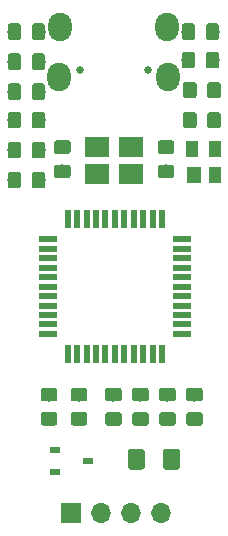
<source format=gbr>
%TF.GenerationSoftware,KiCad,Pcbnew,(5.1.2)-2*%
%TF.CreationDate,2020-08-26T23:28:28+08:00*%
%TF.ProjectId,wing-receiver-lite-rev2,77696e67-2d72-4656-9365-697665722d6c,rev?*%
%TF.SameCoordinates,Original*%
%TF.FileFunction,Soldermask,Top*%
%TF.FilePolarity,Negative*%
%FSLAX46Y46*%
G04 Gerber Fmt 4.6, Leading zero omitted, Abs format (unit mm)*
G04 Created by KiCad (PCBNEW (5.1.2)-2) date 2020-08-26 23:28:28*
%MOMM*%
%LPD*%
G04 APERTURE LIST*
%ADD10R,0.900000X0.600000*%
%ADD11O,2.000000X2.400000*%
%ADD12C,0.650000*%
%ADD13C,0.350000*%
%ADD14C,1.150000*%
%ADD15R,2.100000X1.800000*%
%ADD16R,1.500000X0.550000*%
%ADD17R,0.550000X1.500000*%
%ADD18O,1.700000X1.700000*%
%ADD19R,1.700000X1.700000*%
%ADD20C,1.425000*%
%ADD21R,1.000000X1.400000*%
%ADD22R,1.200000X1.400000*%
G04 APERTURE END LIST*
D10*
X77600000Y-130969000D03*
X74800000Y-131919000D03*
X74800000Y-130019000D03*
D11*
X84299000Y-94233000D03*
X75263000Y-94233000D03*
X84401000Y-98413000D03*
D12*
X76891000Y-97883000D03*
X82671000Y-97883000D03*
D11*
X75163000Y-98413000D03*
D13*
G36*
X74769505Y-124766204D02*
G01*
X74793773Y-124769804D01*
X74817572Y-124775765D01*
X74840671Y-124784030D01*
X74862850Y-124794520D01*
X74883893Y-124807132D01*
X74903599Y-124821747D01*
X74921777Y-124838223D01*
X74938253Y-124856401D01*
X74952868Y-124876107D01*
X74965480Y-124897150D01*
X74975970Y-124919329D01*
X74984235Y-124942428D01*
X74990196Y-124966227D01*
X74993796Y-124990495D01*
X74995000Y-125014999D01*
X74995000Y-125665001D01*
X74993796Y-125689505D01*
X74990196Y-125713773D01*
X74984235Y-125737572D01*
X74975970Y-125760671D01*
X74965480Y-125782850D01*
X74952868Y-125803893D01*
X74938253Y-125823599D01*
X74921777Y-125841777D01*
X74903599Y-125858253D01*
X74883893Y-125872868D01*
X74862850Y-125885480D01*
X74840671Y-125895970D01*
X74817572Y-125904235D01*
X74793773Y-125910196D01*
X74769505Y-125913796D01*
X74745001Y-125915000D01*
X73844999Y-125915000D01*
X73820495Y-125913796D01*
X73796227Y-125910196D01*
X73772428Y-125904235D01*
X73749329Y-125895970D01*
X73727150Y-125885480D01*
X73706107Y-125872868D01*
X73686401Y-125858253D01*
X73668223Y-125841777D01*
X73651747Y-125823599D01*
X73637132Y-125803893D01*
X73624520Y-125782850D01*
X73614030Y-125760671D01*
X73605765Y-125737572D01*
X73599804Y-125713773D01*
X73596204Y-125689505D01*
X73595000Y-125665001D01*
X73595000Y-125014999D01*
X73596204Y-124990495D01*
X73599804Y-124966227D01*
X73605765Y-124942428D01*
X73614030Y-124919329D01*
X73624520Y-124897150D01*
X73637132Y-124876107D01*
X73651747Y-124856401D01*
X73668223Y-124838223D01*
X73686401Y-124821747D01*
X73706107Y-124807132D01*
X73727150Y-124794520D01*
X73749329Y-124784030D01*
X73772428Y-124775765D01*
X73796227Y-124769804D01*
X73820495Y-124766204D01*
X73844999Y-124765000D01*
X74745001Y-124765000D01*
X74769505Y-124766204D01*
X74769505Y-124766204D01*
G37*
D14*
X74295000Y-125340000D03*
D13*
G36*
X74769505Y-126816204D02*
G01*
X74793773Y-126819804D01*
X74817572Y-126825765D01*
X74840671Y-126834030D01*
X74862850Y-126844520D01*
X74883893Y-126857132D01*
X74903599Y-126871747D01*
X74921777Y-126888223D01*
X74938253Y-126906401D01*
X74952868Y-126926107D01*
X74965480Y-126947150D01*
X74975970Y-126969329D01*
X74984235Y-126992428D01*
X74990196Y-127016227D01*
X74993796Y-127040495D01*
X74995000Y-127064999D01*
X74995000Y-127715001D01*
X74993796Y-127739505D01*
X74990196Y-127763773D01*
X74984235Y-127787572D01*
X74975970Y-127810671D01*
X74965480Y-127832850D01*
X74952868Y-127853893D01*
X74938253Y-127873599D01*
X74921777Y-127891777D01*
X74903599Y-127908253D01*
X74883893Y-127922868D01*
X74862850Y-127935480D01*
X74840671Y-127945970D01*
X74817572Y-127954235D01*
X74793773Y-127960196D01*
X74769505Y-127963796D01*
X74745001Y-127965000D01*
X73844999Y-127965000D01*
X73820495Y-127963796D01*
X73796227Y-127960196D01*
X73772428Y-127954235D01*
X73749329Y-127945970D01*
X73727150Y-127935480D01*
X73706107Y-127922868D01*
X73686401Y-127908253D01*
X73668223Y-127891777D01*
X73651747Y-127873599D01*
X73637132Y-127853893D01*
X73624520Y-127832850D01*
X73614030Y-127810671D01*
X73605765Y-127787572D01*
X73599804Y-127763773D01*
X73596204Y-127739505D01*
X73595000Y-127715001D01*
X73595000Y-127064999D01*
X73596204Y-127040495D01*
X73599804Y-127016227D01*
X73605765Y-126992428D01*
X73614030Y-126969329D01*
X73624520Y-126947150D01*
X73637132Y-126926107D01*
X73651747Y-126906401D01*
X73668223Y-126888223D01*
X73686401Y-126871747D01*
X73706107Y-126857132D01*
X73727150Y-126844520D01*
X73749329Y-126834030D01*
X73772428Y-126825765D01*
X73796227Y-126819804D01*
X73820495Y-126816204D01*
X73844999Y-126815000D01*
X74745001Y-126815000D01*
X74769505Y-126816204D01*
X74769505Y-126816204D01*
G37*
D14*
X74295000Y-127390000D03*
D15*
X78380000Y-104380000D03*
X81280000Y-104380000D03*
X81280000Y-106680000D03*
X78380000Y-106680000D03*
D16*
X85583000Y-120205000D03*
X85583000Y-119405000D03*
X85583000Y-118605000D03*
X85583000Y-117805000D03*
X85583000Y-117005000D03*
X85583000Y-116205000D03*
X85583000Y-115405000D03*
X85583000Y-114605000D03*
X85583000Y-113805000D03*
X85583000Y-113005000D03*
X85583000Y-112205000D03*
D17*
X83883000Y-110505000D03*
X83083000Y-110505000D03*
X82283000Y-110505000D03*
X81483000Y-110505000D03*
X80683000Y-110505000D03*
X79883000Y-110505000D03*
X79083000Y-110505000D03*
X78283000Y-110505000D03*
X77483000Y-110505000D03*
X76683000Y-110505000D03*
X75883000Y-110505000D03*
D16*
X74183000Y-112205000D03*
X74183000Y-113005000D03*
X74183000Y-113805000D03*
X74183000Y-114605000D03*
X74183000Y-115405000D03*
X74183000Y-116205000D03*
X74183000Y-117005000D03*
X74183000Y-117805000D03*
X74183000Y-118605000D03*
X74183000Y-119405000D03*
X74183000Y-120205000D03*
D17*
X75883000Y-121905000D03*
X76683000Y-121905000D03*
X77483000Y-121905000D03*
X78283000Y-121905000D03*
X79083000Y-121905000D03*
X79883000Y-121905000D03*
X80683000Y-121905000D03*
X81483000Y-121905000D03*
X82283000Y-121905000D03*
X83083000Y-121905000D03*
X83883000Y-121905000D03*
D13*
G36*
X71714505Y-101409204D02*
G01*
X71738773Y-101412804D01*
X71762572Y-101418765D01*
X71785671Y-101427030D01*
X71807850Y-101437520D01*
X71828893Y-101450132D01*
X71848599Y-101464747D01*
X71866777Y-101481223D01*
X71883253Y-101499401D01*
X71897868Y-101519107D01*
X71910480Y-101540150D01*
X71920970Y-101562329D01*
X71929235Y-101585428D01*
X71935196Y-101609227D01*
X71938796Y-101633495D01*
X71940000Y-101657999D01*
X71940000Y-102558001D01*
X71938796Y-102582505D01*
X71935196Y-102606773D01*
X71929235Y-102630572D01*
X71920970Y-102653671D01*
X71910480Y-102675850D01*
X71897868Y-102696893D01*
X71883253Y-102716599D01*
X71866777Y-102734777D01*
X71848599Y-102751253D01*
X71828893Y-102765868D01*
X71807850Y-102778480D01*
X71785671Y-102788970D01*
X71762572Y-102797235D01*
X71738773Y-102803196D01*
X71714505Y-102806796D01*
X71690001Y-102808000D01*
X71039999Y-102808000D01*
X71015495Y-102806796D01*
X70991227Y-102803196D01*
X70967428Y-102797235D01*
X70944329Y-102788970D01*
X70922150Y-102778480D01*
X70901107Y-102765868D01*
X70881401Y-102751253D01*
X70863223Y-102734777D01*
X70846747Y-102716599D01*
X70832132Y-102696893D01*
X70819520Y-102675850D01*
X70809030Y-102653671D01*
X70800765Y-102630572D01*
X70794804Y-102606773D01*
X70791204Y-102582505D01*
X70790000Y-102558001D01*
X70790000Y-101657999D01*
X70791204Y-101633495D01*
X70794804Y-101609227D01*
X70800765Y-101585428D01*
X70809030Y-101562329D01*
X70819520Y-101540150D01*
X70832132Y-101519107D01*
X70846747Y-101499401D01*
X70863223Y-101481223D01*
X70881401Y-101464747D01*
X70901107Y-101450132D01*
X70922150Y-101437520D01*
X70944329Y-101427030D01*
X70967428Y-101418765D01*
X70991227Y-101412804D01*
X71015495Y-101409204D01*
X71039999Y-101408000D01*
X71690001Y-101408000D01*
X71714505Y-101409204D01*
X71714505Y-101409204D01*
G37*
D14*
X71365000Y-102108000D03*
D13*
G36*
X73764505Y-101409204D02*
G01*
X73788773Y-101412804D01*
X73812572Y-101418765D01*
X73835671Y-101427030D01*
X73857850Y-101437520D01*
X73878893Y-101450132D01*
X73898599Y-101464747D01*
X73916777Y-101481223D01*
X73933253Y-101499401D01*
X73947868Y-101519107D01*
X73960480Y-101540150D01*
X73970970Y-101562329D01*
X73979235Y-101585428D01*
X73985196Y-101609227D01*
X73988796Y-101633495D01*
X73990000Y-101657999D01*
X73990000Y-102558001D01*
X73988796Y-102582505D01*
X73985196Y-102606773D01*
X73979235Y-102630572D01*
X73970970Y-102653671D01*
X73960480Y-102675850D01*
X73947868Y-102696893D01*
X73933253Y-102716599D01*
X73916777Y-102734777D01*
X73898599Y-102751253D01*
X73878893Y-102765868D01*
X73857850Y-102778480D01*
X73835671Y-102788970D01*
X73812572Y-102797235D01*
X73788773Y-102803196D01*
X73764505Y-102806796D01*
X73740001Y-102808000D01*
X73089999Y-102808000D01*
X73065495Y-102806796D01*
X73041227Y-102803196D01*
X73017428Y-102797235D01*
X72994329Y-102788970D01*
X72972150Y-102778480D01*
X72951107Y-102765868D01*
X72931401Y-102751253D01*
X72913223Y-102734777D01*
X72896747Y-102716599D01*
X72882132Y-102696893D01*
X72869520Y-102675850D01*
X72859030Y-102653671D01*
X72850765Y-102630572D01*
X72844804Y-102606773D01*
X72841204Y-102582505D01*
X72840000Y-102558001D01*
X72840000Y-101657999D01*
X72841204Y-101633495D01*
X72844804Y-101609227D01*
X72850765Y-101585428D01*
X72859030Y-101562329D01*
X72869520Y-101540150D01*
X72882132Y-101519107D01*
X72896747Y-101499401D01*
X72913223Y-101481223D01*
X72931401Y-101464747D01*
X72951107Y-101450132D01*
X72972150Y-101437520D01*
X72994329Y-101427030D01*
X73017428Y-101418765D01*
X73041227Y-101412804D01*
X73065495Y-101409204D01*
X73089999Y-101408000D01*
X73740001Y-101408000D01*
X73764505Y-101409204D01*
X73764505Y-101409204D01*
G37*
D14*
X73415000Y-102108000D03*
D13*
G36*
X88623505Y-101409204D02*
G01*
X88647773Y-101412804D01*
X88671572Y-101418765D01*
X88694671Y-101427030D01*
X88716850Y-101437520D01*
X88737893Y-101450132D01*
X88757599Y-101464747D01*
X88775777Y-101481223D01*
X88792253Y-101499401D01*
X88806868Y-101519107D01*
X88819480Y-101540150D01*
X88829970Y-101562329D01*
X88838235Y-101585428D01*
X88844196Y-101609227D01*
X88847796Y-101633495D01*
X88849000Y-101657999D01*
X88849000Y-102558001D01*
X88847796Y-102582505D01*
X88844196Y-102606773D01*
X88838235Y-102630572D01*
X88829970Y-102653671D01*
X88819480Y-102675850D01*
X88806868Y-102696893D01*
X88792253Y-102716599D01*
X88775777Y-102734777D01*
X88757599Y-102751253D01*
X88737893Y-102765868D01*
X88716850Y-102778480D01*
X88694671Y-102788970D01*
X88671572Y-102797235D01*
X88647773Y-102803196D01*
X88623505Y-102806796D01*
X88599001Y-102808000D01*
X87948999Y-102808000D01*
X87924495Y-102806796D01*
X87900227Y-102803196D01*
X87876428Y-102797235D01*
X87853329Y-102788970D01*
X87831150Y-102778480D01*
X87810107Y-102765868D01*
X87790401Y-102751253D01*
X87772223Y-102734777D01*
X87755747Y-102716599D01*
X87741132Y-102696893D01*
X87728520Y-102675850D01*
X87718030Y-102653671D01*
X87709765Y-102630572D01*
X87703804Y-102606773D01*
X87700204Y-102582505D01*
X87699000Y-102558001D01*
X87699000Y-101657999D01*
X87700204Y-101633495D01*
X87703804Y-101609227D01*
X87709765Y-101585428D01*
X87718030Y-101562329D01*
X87728520Y-101540150D01*
X87741132Y-101519107D01*
X87755747Y-101499401D01*
X87772223Y-101481223D01*
X87790401Y-101464747D01*
X87810107Y-101450132D01*
X87831150Y-101437520D01*
X87853329Y-101427030D01*
X87876428Y-101418765D01*
X87900227Y-101412804D01*
X87924495Y-101409204D01*
X87948999Y-101408000D01*
X88599001Y-101408000D01*
X88623505Y-101409204D01*
X88623505Y-101409204D01*
G37*
D14*
X88274000Y-102108000D03*
D13*
G36*
X86573505Y-101409204D02*
G01*
X86597773Y-101412804D01*
X86621572Y-101418765D01*
X86644671Y-101427030D01*
X86666850Y-101437520D01*
X86687893Y-101450132D01*
X86707599Y-101464747D01*
X86725777Y-101481223D01*
X86742253Y-101499401D01*
X86756868Y-101519107D01*
X86769480Y-101540150D01*
X86779970Y-101562329D01*
X86788235Y-101585428D01*
X86794196Y-101609227D01*
X86797796Y-101633495D01*
X86799000Y-101657999D01*
X86799000Y-102558001D01*
X86797796Y-102582505D01*
X86794196Y-102606773D01*
X86788235Y-102630572D01*
X86779970Y-102653671D01*
X86769480Y-102675850D01*
X86756868Y-102696893D01*
X86742253Y-102716599D01*
X86725777Y-102734777D01*
X86707599Y-102751253D01*
X86687893Y-102765868D01*
X86666850Y-102778480D01*
X86644671Y-102788970D01*
X86621572Y-102797235D01*
X86597773Y-102803196D01*
X86573505Y-102806796D01*
X86549001Y-102808000D01*
X85898999Y-102808000D01*
X85874495Y-102806796D01*
X85850227Y-102803196D01*
X85826428Y-102797235D01*
X85803329Y-102788970D01*
X85781150Y-102778480D01*
X85760107Y-102765868D01*
X85740401Y-102751253D01*
X85722223Y-102734777D01*
X85705747Y-102716599D01*
X85691132Y-102696893D01*
X85678520Y-102675850D01*
X85668030Y-102653671D01*
X85659765Y-102630572D01*
X85653804Y-102606773D01*
X85650204Y-102582505D01*
X85649000Y-102558001D01*
X85649000Y-101657999D01*
X85650204Y-101633495D01*
X85653804Y-101609227D01*
X85659765Y-101585428D01*
X85668030Y-101562329D01*
X85678520Y-101540150D01*
X85691132Y-101519107D01*
X85705747Y-101499401D01*
X85722223Y-101481223D01*
X85740401Y-101464747D01*
X85760107Y-101450132D01*
X85781150Y-101437520D01*
X85803329Y-101427030D01*
X85826428Y-101418765D01*
X85850227Y-101412804D01*
X85874495Y-101409204D01*
X85898999Y-101408000D01*
X86549001Y-101408000D01*
X86573505Y-101409204D01*
X86573505Y-101409204D01*
G37*
D14*
X86224000Y-102108000D03*
D13*
G36*
X71714505Y-106489204D02*
G01*
X71738773Y-106492804D01*
X71762572Y-106498765D01*
X71785671Y-106507030D01*
X71807850Y-106517520D01*
X71828893Y-106530132D01*
X71848599Y-106544747D01*
X71866777Y-106561223D01*
X71883253Y-106579401D01*
X71897868Y-106599107D01*
X71910480Y-106620150D01*
X71920970Y-106642329D01*
X71929235Y-106665428D01*
X71935196Y-106689227D01*
X71938796Y-106713495D01*
X71940000Y-106737999D01*
X71940000Y-107638001D01*
X71938796Y-107662505D01*
X71935196Y-107686773D01*
X71929235Y-107710572D01*
X71920970Y-107733671D01*
X71910480Y-107755850D01*
X71897868Y-107776893D01*
X71883253Y-107796599D01*
X71866777Y-107814777D01*
X71848599Y-107831253D01*
X71828893Y-107845868D01*
X71807850Y-107858480D01*
X71785671Y-107868970D01*
X71762572Y-107877235D01*
X71738773Y-107883196D01*
X71714505Y-107886796D01*
X71690001Y-107888000D01*
X71039999Y-107888000D01*
X71015495Y-107886796D01*
X70991227Y-107883196D01*
X70967428Y-107877235D01*
X70944329Y-107868970D01*
X70922150Y-107858480D01*
X70901107Y-107845868D01*
X70881401Y-107831253D01*
X70863223Y-107814777D01*
X70846747Y-107796599D01*
X70832132Y-107776893D01*
X70819520Y-107755850D01*
X70809030Y-107733671D01*
X70800765Y-107710572D01*
X70794804Y-107686773D01*
X70791204Y-107662505D01*
X70790000Y-107638001D01*
X70790000Y-106737999D01*
X70791204Y-106713495D01*
X70794804Y-106689227D01*
X70800765Y-106665428D01*
X70809030Y-106642329D01*
X70819520Y-106620150D01*
X70832132Y-106599107D01*
X70846747Y-106579401D01*
X70863223Y-106561223D01*
X70881401Y-106544747D01*
X70901107Y-106530132D01*
X70922150Y-106517520D01*
X70944329Y-106507030D01*
X70967428Y-106498765D01*
X70991227Y-106492804D01*
X71015495Y-106489204D01*
X71039999Y-106488000D01*
X71690001Y-106488000D01*
X71714505Y-106489204D01*
X71714505Y-106489204D01*
G37*
D14*
X71365000Y-107188000D03*
D13*
G36*
X73764505Y-106489204D02*
G01*
X73788773Y-106492804D01*
X73812572Y-106498765D01*
X73835671Y-106507030D01*
X73857850Y-106517520D01*
X73878893Y-106530132D01*
X73898599Y-106544747D01*
X73916777Y-106561223D01*
X73933253Y-106579401D01*
X73947868Y-106599107D01*
X73960480Y-106620150D01*
X73970970Y-106642329D01*
X73979235Y-106665428D01*
X73985196Y-106689227D01*
X73988796Y-106713495D01*
X73990000Y-106737999D01*
X73990000Y-107638001D01*
X73988796Y-107662505D01*
X73985196Y-107686773D01*
X73979235Y-107710572D01*
X73970970Y-107733671D01*
X73960480Y-107755850D01*
X73947868Y-107776893D01*
X73933253Y-107796599D01*
X73916777Y-107814777D01*
X73898599Y-107831253D01*
X73878893Y-107845868D01*
X73857850Y-107858480D01*
X73835671Y-107868970D01*
X73812572Y-107877235D01*
X73788773Y-107883196D01*
X73764505Y-107886796D01*
X73740001Y-107888000D01*
X73089999Y-107888000D01*
X73065495Y-107886796D01*
X73041227Y-107883196D01*
X73017428Y-107877235D01*
X72994329Y-107868970D01*
X72972150Y-107858480D01*
X72951107Y-107845868D01*
X72931401Y-107831253D01*
X72913223Y-107814777D01*
X72896747Y-107796599D01*
X72882132Y-107776893D01*
X72869520Y-107755850D01*
X72859030Y-107733671D01*
X72850765Y-107710572D01*
X72844804Y-107686773D01*
X72841204Y-107662505D01*
X72840000Y-107638001D01*
X72840000Y-106737999D01*
X72841204Y-106713495D01*
X72844804Y-106689227D01*
X72850765Y-106665428D01*
X72859030Y-106642329D01*
X72869520Y-106620150D01*
X72882132Y-106599107D01*
X72896747Y-106579401D01*
X72913223Y-106561223D01*
X72931401Y-106544747D01*
X72951107Y-106530132D01*
X72972150Y-106517520D01*
X72994329Y-106507030D01*
X73017428Y-106498765D01*
X73041227Y-106492804D01*
X73065495Y-106489204D01*
X73089999Y-106488000D01*
X73740001Y-106488000D01*
X73764505Y-106489204D01*
X73764505Y-106489204D01*
G37*
D14*
X73415000Y-107188000D03*
D13*
G36*
X71714505Y-96456204D02*
G01*
X71738773Y-96459804D01*
X71762572Y-96465765D01*
X71785671Y-96474030D01*
X71807850Y-96484520D01*
X71828893Y-96497132D01*
X71848599Y-96511747D01*
X71866777Y-96528223D01*
X71883253Y-96546401D01*
X71897868Y-96566107D01*
X71910480Y-96587150D01*
X71920970Y-96609329D01*
X71929235Y-96632428D01*
X71935196Y-96656227D01*
X71938796Y-96680495D01*
X71940000Y-96704999D01*
X71940000Y-97605001D01*
X71938796Y-97629505D01*
X71935196Y-97653773D01*
X71929235Y-97677572D01*
X71920970Y-97700671D01*
X71910480Y-97722850D01*
X71897868Y-97743893D01*
X71883253Y-97763599D01*
X71866777Y-97781777D01*
X71848599Y-97798253D01*
X71828893Y-97812868D01*
X71807850Y-97825480D01*
X71785671Y-97835970D01*
X71762572Y-97844235D01*
X71738773Y-97850196D01*
X71714505Y-97853796D01*
X71690001Y-97855000D01*
X71039999Y-97855000D01*
X71015495Y-97853796D01*
X70991227Y-97850196D01*
X70967428Y-97844235D01*
X70944329Y-97835970D01*
X70922150Y-97825480D01*
X70901107Y-97812868D01*
X70881401Y-97798253D01*
X70863223Y-97781777D01*
X70846747Y-97763599D01*
X70832132Y-97743893D01*
X70819520Y-97722850D01*
X70809030Y-97700671D01*
X70800765Y-97677572D01*
X70794804Y-97653773D01*
X70791204Y-97629505D01*
X70790000Y-97605001D01*
X70790000Y-96704999D01*
X70791204Y-96680495D01*
X70794804Y-96656227D01*
X70800765Y-96632428D01*
X70809030Y-96609329D01*
X70819520Y-96587150D01*
X70832132Y-96566107D01*
X70846747Y-96546401D01*
X70863223Y-96528223D01*
X70881401Y-96511747D01*
X70901107Y-96497132D01*
X70922150Y-96484520D01*
X70944329Y-96474030D01*
X70967428Y-96465765D01*
X70991227Y-96459804D01*
X71015495Y-96456204D01*
X71039999Y-96455000D01*
X71690001Y-96455000D01*
X71714505Y-96456204D01*
X71714505Y-96456204D01*
G37*
D14*
X71365000Y-97155000D03*
D13*
G36*
X73764505Y-96456204D02*
G01*
X73788773Y-96459804D01*
X73812572Y-96465765D01*
X73835671Y-96474030D01*
X73857850Y-96484520D01*
X73878893Y-96497132D01*
X73898599Y-96511747D01*
X73916777Y-96528223D01*
X73933253Y-96546401D01*
X73947868Y-96566107D01*
X73960480Y-96587150D01*
X73970970Y-96609329D01*
X73979235Y-96632428D01*
X73985196Y-96656227D01*
X73988796Y-96680495D01*
X73990000Y-96704999D01*
X73990000Y-97605001D01*
X73988796Y-97629505D01*
X73985196Y-97653773D01*
X73979235Y-97677572D01*
X73970970Y-97700671D01*
X73960480Y-97722850D01*
X73947868Y-97743893D01*
X73933253Y-97763599D01*
X73916777Y-97781777D01*
X73898599Y-97798253D01*
X73878893Y-97812868D01*
X73857850Y-97825480D01*
X73835671Y-97835970D01*
X73812572Y-97844235D01*
X73788773Y-97850196D01*
X73764505Y-97853796D01*
X73740001Y-97855000D01*
X73089999Y-97855000D01*
X73065495Y-97853796D01*
X73041227Y-97850196D01*
X73017428Y-97844235D01*
X72994329Y-97835970D01*
X72972150Y-97825480D01*
X72951107Y-97812868D01*
X72931401Y-97798253D01*
X72913223Y-97781777D01*
X72896747Y-97763599D01*
X72882132Y-97743893D01*
X72869520Y-97722850D01*
X72859030Y-97700671D01*
X72850765Y-97677572D01*
X72844804Y-97653773D01*
X72841204Y-97629505D01*
X72840000Y-97605001D01*
X72840000Y-96704999D01*
X72841204Y-96680495D01*
X72844804Y-96656227D01*
X72850765Y-96632428D01*
X72859030Y-96609329D01*
X72869520Y-96587150D01*
X72882132Y-96566107D01*
X72896747Y-96546401D01*
X72913223Y-96528223D01*
X72931401Y-96511747D01*
X72951107Y-96497132D01*
X72972150Y-96484520D01*
X72994329Y-96474030D01*
X73017428Y-96465765D01*
X73041227Y-96459804D01*
X73065495Y-96456204D01*
X73089999Y-96455000D01*
X73740001Y-96455000D01*
X73764505Y-96456204D01*
X73764505Y-96456204D01*
G37*
D14*
X73415000Y-97155000D03*
D13*
G36*
X73764505Y-103949204D02*
G01*
X73788773Y-103952804D01*
X73812572Y-103958765D01*
X73835671Y-103967030D01*
X73857850Y-103977520D01*
X73878893Y-103990132D01*
X73898599Y-104004747D01*
X73916777Y-104021223D01*
X73933253Y-104039401D01*
X73947868Y-104059107D01*
X73960480Y-104080150D01*
X73970970Y-104102329D01*
X73979235Y-104125428D01*
X73985196Y-104149227D01*
X73988796Y-104173495D01*
X73990000Y-104197999D01*
X73990000Y-105098001D01*
X73988796Y-105122505D01*
X73985196Y-105146773D01*
X73979235Y-105170572D01*
X73970970Y-105193671D01*
X73960480Y-105215850D01*
X73947868Y-105236893D01*
X73933253Y-105256599D01*
X73916777Y-105274777D01*
X73898599Y-105291253D01*
X73878893Y-105305868D01*
X73857850Y-105318480D01*
X73835671Y-105328970D01*
X73812572Y-105337235D01*
X73788773Y-105343196D01*
X73764505Y-105346796D01*
X73740001Y-105348000D01*
X73089999Y-105348000D01*
X73065495Y-105346796D01*
X73041227Y-105343196D01*
X73017428Y-105337235D01*
X72994329Y-105328970D01*
X72972150Y-105318480D01*
X72951107Y-105305868D01*
X72931401Y-105291253D01*
X72913223Y-105274777D01*
X72896747Y-105256599D01*
X72882132Y-105236893D01*
X72869520Y-105215850D01*
X72859030Y-105193671D01*
X72850765Y-105170572D01*
X72844804Y-105146773D01*
X72841204Y-105122505D01*
X72840000Y-105098001D01*
X72840000Y-104197999D01*
X72841204Y-104173495D01*
X72844804Y-104149227D01*
X72850765Y-104125428D01*
X72859030Y-104102329D01*
X72869520Y-104080150D01*
X72882132Y-104059107D01*
X72896747Y-104039401D01*
X72913223Y-104021223D01*
X72931401Y-104004747D01*
X72951107Y-103990132D01*
X72972150Y-103977520D01*
X72994329Y-103967030D01*
X73017428Y-103958765D01*
X73041227Y-103952804D01*
X73065495Y-103949204D01*
X73089999Y-103948000D01*
X73740001Y-103948000D01*
X73764505Y-103949204D01*
X73764505Y-103949204D01*
G37*
D14*
X73415000Y-104648000D03*
D13*
G36*
X71714505Y-103949204D02*
G01*
X71738773Y-103952804D01*
X71762572Y-103958765D01*
X71785671Y-103967030D01*
X71807850Y-103977520D01*
X71828893Y-103990132D01*
X71848599Y-104004747D01*
X71866777Y-104021223D01*
X71883253Y-104039401D01*
X71897868Y-104059107D01*
X71910480Y-104080150D01*
X71920970Y-104102329D01*
X71929235Y-104125428D01*
X71935196Y-104149227D01*
X71938796Y-104173495D01*
X71940000Y-104197999D01*
X71940000Y-105098001D01*
X71938796Y-105122505D01*
X71935196Y-105146773D01*
X71929235Y-105170572D01*
X71920970Y-105193671D01*
X71910480Y-105215850D01*
X71897868Y-105236893D01*
X71883253Y-105256599D01*
X71866777Y-105274777D01*
X71848599Y-105291253D01*
X71828893Y-105305868D01*
X71807850Y-105318480D01*
X71785671Y-105328970D01*
X71762572Y-105337235D01*
X71738773Y-105343196D01*
X71714505Y-105346796D01*
X71690001Y-105348000D01*
X71039999Y-105348000D01*
X71015495Y-105346796D01*
X70991227Y-105343196D01*
X70967428Y-105337235D01*
X70944329Y-105328970D01*
X70922150Y-105318480D01*
X70901107Y-105305868D01*
X70881401Y-105291253D01*
X70863223Y-105274777D01*
X70846747Y-105256599D01*
X70832132Y-105236893D01*
X70819520Y-105215850D01*
X70809030Y-105193671D01*
X70800765Y-105170572D01*
X70794804Y-105146773D01*
X70791204Y-105122505D01*
X70790000Y-105098001D01*
X70790000Y-104197999D01*
X70791204Y-104173495D01*
X70794804Y-104149227D01*
X70800765Y-104125428D01*
X70809030Y-104102329D01*
X70819520Y-104080150D01*
X70832132Y-104059107D01*
X70846747Y-104039401D01*
X70863223Y-104021223D01*
X70881401Y-104004747D01*
X70901107Y-103990132D01*
X70922150Y-103977520D01*
X70944329Y-103967030D01*
X70967428Y-103958765D01*
X70991227Y-103952804D01*
X71015495Y-103949204D01*
X71039999Y-103948000D01*
X71690001Y-103948000D01*
X71714505Y-103949204D01*
X71714505Y-103949204D01*
G37*
D14*
X71365000Y-104648000D03*
D13*
G36*
X86573505Y-98869204D02*
G01*
X86597773Y-98872804D01*
X86621572Y-98878765D01*
X86644671Y-98887030D01*
X86666850Y-98897520D01*
X86687893Y-98910132D01*
X86707599Y-98924747D01*
X86725777Y-98941223D01*
X86742253Y-98959401D01*
X86756868Y-98979107D01*
X86769480Y-99000150D01*
X86779970Y-99022329D01*
X86788235Y-99045428D01*
X86794196Y-99069227D01*
X86797796Y-99093495D01*
X86799000Y-99117999D01*
X86799000Y-100018001D01*
X86797796Y-100042505D01*
X86794196Y-100066773D01*
X86788235Y-100090572D01*
X86779970Y-100113671D01*
X86769480Y-100135850D01*
X86756868Y-100156893D01*
X86742253Y-100176599D01*
X86725777Y-100194777D01*
X86707599Y-100211253D01*
X86687893Y-100225868D01*
X86666850Y-100238480D01*
X86644671Y-100248970D01*
X86621572Y-100257235D01*
X86597773Y-100263196D01*
X86573505Y-100266796D01*
X86549001Y-100268000D01*
X85898999Y-100268000D01*
X85874495Y-100266796D01*
X85850227Y-100263196D01*
X85826428Y-100257235D01*
X85803329Y-100248970D01*
X85781150Y-100238480D01*
X85760107Y-100225868D01*
X85740401Y-100211253D01*
X85722223Y-100194777D01*
X85705747Y-100176599D01*
X85691132Y-100156893D01*
X85678520Y-100135850D01*
X85668030Y-100113671D01*
X85659765Y-100090572D01*
X85653804Y-100066773D01*
X85650204Y-100042505D01*
X85649000Y-100018001D01*
X85649000Y-99117999D01*
X85650204Y-99093495D01*
X85653804Y-99069227D01*
X85659765Y-99045428D01*
X85668030Y-99022329D01*
X85678520Y-99000150D01*
X85691132Y-98979107D01*
X85705747Y-98959401D01*
X85722223Y-98941223D01*
X85740401Y-98924747D01*
X85760107Y-98910132D01*
X85781150Y-98897520D01*
X85803329Y-98887030D01*
X85826428Y-98878765D01*
X85850227Y-98872804D01*
X85874495Y-98869204D01*
X85898999Y-98868000D01*
X86549001Y-98868000D01*
X86573505Y-98869204D01*
X86573505Y-98869204D01*
G37*
D14*
X86224000Y-99568000D03*
D13*
G36*
X88623505Y-98869204D02*
G01*
X88647773Y-98872804D01*
X88671572Y-98878765D01*
X88694671Y-98887030D01*
X88716850Y-98897520D01*
X88737893Y-98910132D01*
X88757599Y-98924747D01*
X88775777Y-98941223D01*
X88792253Y-98959401D01*
X88806868Y-98979107D01*
X88819480Y-99000150D01*
X88829970Y-99022329D01*
X88838235Y-99045428D01*
X88844196Y-99069227D01*
X88847796Y-99093495D01*
X88849000Y-99117999D01*
X88849000Y-100018001D01*
X88847796Y-100042505D01*
X88844196Y-100066773D01*
X88838235Y-100090572D01*
X88829970Y-100113671D01*
X88819480Y-100135850D01*
X88806868Y-100156893D01*
X88792253Y-100176599D01*
X88775777Y-100194777D01*
X88757599Y-100211253D01*
X88737893Y-100225868D01*
X88716850Y-100238480D01*
X88694671Y-100248970D01*
X88671572Y-100257235D01*
X88647773Y-100263196D01*
X88623505Y-100266796D01*
X88599001Y-100268000D01*
X87948999Y-100268000D01*
X87924495Y-100266796D01*
X87900227Y-100263196D01*
X87876428Y-100257235D01*
X87853329Y-100248970D01*
X87831150Y-100238480D01*
X87810107Y-100225868D01*
X87790401Y-100211253D01*
X87772223Y-100194777D01*
X87755747Y-100176599D01*
X87741132Y-100156893D01*
X87728520Y-100135850D01*
X87718030Y-100113671D01*
X87709765Y-100090572D01*
X87703804Y-100066773D01*
X87700204Y-100042505D01*
X87699000Y-100018001D01*
X87699000Y-99117999D01*
X87700204Y-99093495D01*
X87703804Y-99069227D01*
X87709765Y-99045428D01*
X87718030Y-99022329D01*
X87728520Y-99000150D01*
X87741132Y-98979107D01*
X87755747Y-98959401D01*
X87772223Y-98941223D01*
X87790401Y-98924747D01*
X87810107Y-98910132D01*
X87831150Y-98897520D01*
X87853329Y-98887030D01*
X87876428Y-98878765D01*
X87900227Y-98872804D01*
X87924495Y-98869204D01*
X87948999Y-98868000D01*
X88599001Y-98868000D01*
X88623505Y-98869204D01*
X88623505Y-98869204D01*
G37*
D14*
X88274000Y-99568000D03*
D13*
G36*
X88496505Y-96329204D02*
G01*
X88520773Y-96332804D01*
X88544572Y-96338765D01*
X88567671Y-96347030D01*
X88589850Y-96357520D01*
X88610893Y-96370132D01*
X88630599Y-96384747D01*
X88648777Y-96401223D01*
X88665253Y-96419401D01*
X88679868Y-96439107D01*
X88692480Y-96460150D01*
X88702970Y-96482329D01*
X88711235Y-96505428D01*
X88717196Y-96529227D01*
X88720796Y-96553495D01*
X88722000Y-96577999D01*
X88722000Y-97478001D01*
X88720796Y-97502505D01*
X88717196Y-97526773D01*
X88711235Y-97550572D01*
X88702970Y-97573671D01*
X88692480Y-97595850D01*
X88679868Y-97616893D01*
X88665253Y-97636599D01*
X88648777Y-97654777D01*
X88630599Y-97671253D01*
X88610893Y-97685868D01*
X88589850Y-97698480D01*
X88567671Y-97708970D01*
X88544572Y-97717235D01*
X88520773Y-97723196D01*
X88496505Y-97726796D01*
X88472001Y-97728000D01*
X87821999Y-97728000D01*
X87797495Y-97726796D01*
X87773227Y-97723196D01*
X87749428Y-97717235D01*
X87726329Y-97708970D01*
X87704150Y-97698480D01*
X87683107Y-97685868D01*
X87663401Y-97671253D01*
X87645223Y-97654777D01*
X87628747Y-97636599D01*
X87614132Y-97616893D01*
X87601520Y-97595850D01*
X87591030Y-97573671D01*
X87582765Y-97550572D01*
X87576804Y-97526773D01*
X87573204Y-97502505D01*
X87572000Y-97478001D01*
X87572000Y-96577999D01*
X87573204Y-96553495D01*
X87576804Y-96529227D01*
X87582765Y-96505428D01*
X87591030Y-96482329D01*
X87601520Y-96460150D01*
X87614132Y-96439107D01*
X87628747Y-96419401D01*
X87645223Y-96401223D01*
X87663401Y-96384747D01*
X87683107Y-96370132D01*
X87704150Y-96357520D01*
X87726329Y-96347030D01*
X87749428Y-96338765D01*
X87773227Y-96332804D01*
X87797495Y-96329204D01*
X87821999Y-96328000D01*
X88472001Y-96328000D01*
X88496505Y-96329204D01*
X88496505Y-96329204D01*
G37*
D14*
X88147000Y-97028000D03*
D13*
G36*
X86446505Y-96329204D02*
G01*
X86470773Y-96332804D01*
X86494572Y-96338765D01*
X86517671Y-96347030D01*
X86539850Y-96357520D01*
X86560893Y-96370132D01*
X86580599Y-96384747D01*
X86598777Y-96401223D01*
X86615253Y-96419401D01*
X86629868Y-96439107D01*
X86642480Y-96460150D01*
X86652970Y-96482329D01*
X86661235Y-96505428D01*
X86667196Y-96529227D01*
X86670796Y-96553495D01*
X86672000Y-96577999D01*
X86672000Y-97478001D01*
X86670796Y-97502505D01*
X86667196Y-97526773D01*
X86661235Y-97550572D01*
X86652970Y-97573671D01*
X86642480Y-97595850D01*
X86629868Y-97616893D01*
X86615253Y-97636599D01*
X86598777Y-97654777D01*
X86580599Y-97671253D01*
X86560893Y-97685868D01*
X86539850Y-97698480D01*
X86517671Y-97708970D01*
X86494572Y-97717235D01*
X86470773Y-97723196D01*
X86446505Y-97726796D01*
X86422001Y-97728000D01*
X85771999Y-97728000D01*
X85747495Y-97726796D01*
X85723227Y-97723196D01*
X85699428Y-97717235D01*
X85676329Y-97708970D01*
X85654150Y-97698480D01*
X85633107Y-97685868D01*
X85613401Y-97671253D01*
X85595223Y-97654777D01*
X85578747Y-97636599D01*
X85564132Y-97616893D01*
X85551520Y-97595850D01*
X85541030Y-97573671D01*
X85532765Y-97550572D01*
X85526804Y-97526773D01*
X85523204Y-97502505D01*
X85522000Y-97478001D01*
X85522000Y-96577999D01*
X85523204Y-96553495D01*
X85526804Y-96529227D01*
X85532765Y-96505428D01*
X85541030Y-96482329D01*
X85551520Y-96460150D01*
X85564132Y-96439107D01*
X85578747Y-96419401D01*
X85595223Y-96401223D01*
X85613401Y-96384747D01*
X85633107Y-96370132D01*
X85654150Y-96357520D01*
X85676329Y-96347030D01*
X85699428Y-96338765D01*
X85723227Y-96332804D01*
X85747495Y-96329204D01*
X85771999Y-96328000D01*
X86422001Y-96328000D01*
X86446505Y-96329204D01*
X86446505Y-96329204D01*
G37*
D14*
X86097000Y-97028000D03*
D13*
G36*
X88496505Y-93916204D02*
G01*
X88520773Y-93919804D01*
X88544572Y-93925765D01*
X88567671Y-93934030D01*
X88589850Y-93944520D01*
X88610893Y-93957132D01*
X88630599Y-93971747D01*
X88648777Y-93988223D01*
X88665253Y-94006401D01*
X88679868Y-94026107D01*
X88692480Y-94047150D01*
X88702970Y-94069329D01*
X88711235Y-94092428D01*
X88717196Y-94116227D01*
X88720796Y-94140495D01*
X88722000Y-94164999D01*
X88722000Y-95065001D01*
X88720796Y-95089505D01*
X88717196Y-95113773D01*
X88711235Y-95137572D01*
X88702970Y-95160671D01*
X88692480Y-95182850D01*
X88679868Y-95203893D01*
X88665253Y-95223599D01*
X88648777Y-95241777D01*
X88630599Y-95258253D01*
X88610893Y-95272868D01*
X88589850Y-95285480D01*
X88567671Y-95295970D01*
X88544572Y-95304235D01*
X88520773Y-95310196D01*
X88496505Y-95313796D01*
X88472001Y-95315000D01*
X87821999Y-95315000D01*
X87797495Y-95313796D01*
X87773227Y-95310196D01*
X87749428Y-95304235D01*
X87726329Y-95295970D01*
X87704150Y-95285480D01*
X87683107Y-95272868D01*
X87663401Y-95258253D01*
X87645223Y-95241777D01*
X87628747Y-95223599D01*
X87614132Y-95203893D01*
X87601520Y-95182850D01*
X87591030Y-95160671D01*
X87582765Y-95137572D01*
X87576804Y-95113773D01*
X87573204Y-95089505D01*
X87572000Y-95065001D01*
X87572000Y-94164999D01*
X87573204Y-94140495D01*
X87576804Y-94116227D01*
X87582765Y-94092428D01*
X87591030Y-94069329D01*
X87601520Y-94047150D01*
X87614132Y-94026107D01*
X87628747Y-94006401D01*
X87645223Y-93988223D01*
X87663401Y-93971747D01*
X87683107Y-93957132D01*
X87704150Y-93944520D01*
X87726329Y-93934030D01*
X87749428Y-93925765D01*
X87773227Y-93919804D01*
X87797495Y-93916204D01*
X87821999Y-93915000D01*
X88472001Y-93915000D01*
X88496505Y-93916204D01*
X88496505Y-93916204D01*
G37*
D14*
X88147000Y-94615000D03*
D13*
G36*
X86446505Y-93916204D02*
G01*
X86470773Y-93919804D01*
X86494572Y-93925765D01*
X86517671Y-93934030D01*
X86539850Y-93944520D01*
X86560893Y-93957132D01*
X86580599Y-93971747D01*
X86598777Y-93988223D01*
X86615253Y-94006401D01*
X86629868Y-94026107D01*
X86642480Y-94047150D01*
X86652970Y-94069329D01*
X86661235Y-94092428D01*
X86667196Y-94116227D01*
X86670796Y-94140495D01*
X86672000Y-94164999D01*
X86672000Y-95065001D01*
X86670796Y-95089505D01*
X86667196Y-95113773D01*
X86661235Y-95137572D01*
X86652970Y-95160671D01*
X86642480Y-95182850D01*
X86629868Y-95203893D01*
X86615253Y-95223599D01*
X86598777Y-95241777D01*
X86580599Y-95258253D01*
X86560893Y-95272868D01*
X86539850Y-95285480D01*
X86517671Y-95295970D01*
X86494572Y-95304235D01*
X86470773Y-95310196D01*
X86446505Y-95313796D01*
X86422001Y-95315000D01*
X85771999Y-95315000D01*
X85747495Y-95313796D01*
X85723227Y-95310196D01*
X85699428Y-95304235D01*
X85676329Y-95295970D01*
X85654150Y-95285480D01*
X85633107Y-95272868D01*
X85613401Y-95258253D01*
X85595223Y-95241777D01*
X85578747Y-95223599D01*
X85564132Y-95203893D01*
X85551520Y-95182850D01*
X85541030Y-95160671D01*
X85532765Y-95137572D01*
X85526804Y-95113773D01*
X85523204Y-95089505D01*
X85522000Y-95065001D01*
X85522000Y-94164999D01*
X85523204Y-94140495D01*
X85526804Y-94116227D01*
X85532765Y-94092428D01*
X85541030Y-94069329D01*
X85551520Y-94047150D01*
X85564132Y-94026107D01*
X85578747Y-94006401D01*
X85595223Y-93988223D01*
X85613401Y-93971747D01*
X85633107Y-93957132D01*
X85654150Y-93944520D01*
X85676329Y-93934030D01*
X85699428Y-93925765D01*
X85723227Y-93919804D01*
X85747495Y-93916204D01*
X85771999Y-93915000D01*
X86422001Y-93915000D01*
X86446505Y-93916204D01*
X86446505Y-93916204D01*
G37*
D14*
X86097000Y-94615000D03*
D13*
G36*
X71714505Y-93916204D02*
G01*
X71738773Y-93919804D01*
X71762572Y-93925765D01*
X71785671Y-93934030D01*
X71807850Y-93944520D01*
X71828893Y-93957132D01*
X71848599Y-93971747D01*
X71866777Y-93988223D01*
X71883253Y-94006401D01*
X71897868Y-94026107D01*
X71910480Y-94047150D01*
X71920970Y-94069329D01*
X71929235Y-94092428D01*
X71935196Y-94116227D01*
X71938796Y-94140495D01*
X71940000Y-94164999D01*
X71940000Y-95065001D01*
X71938796Y-95089505D01*
X71935196Y-95113773D01*
X71929235Y-95137572D01*
X71920970Y-95160671D01*
X71910480Y-95182850D01*
X71897868Y-95203893D01*
X71883253Y-95223599D01*
X71866777Y-95241777D01*
X71848599Y-95258253D01*
X71828893Y-95272868D01*
X71807850Y-95285480D01*
X71785671Y-95295970D01*
X71762572Y-95304235D01*
X71738773Y-95310196D01*
X71714505Y-95313796D01*
X71690001Y-95315000D01*
X71039999Y-95315000D01*
X71015495Y-95313796D01*
X70991227Y-95310196D01*
X70967428Y-95304235D01*
X70944329Y-95295970D01*
X70922150Y-95285480D01*
X70901107Y-95272868D01*
X70881401Y-95258253D01*
X70863223Y-95241777D01*
X70846747Y-95223599D01*
X70832132Y-95203893D01*
X70819520Y-95182850D01*
X70809030Y-95160671D01*
X70800765Y-95137572D01*
X70794804Y-95113773D01*
X70791204Y-95089505D01*
X70790000Y-95065001D01*
X70790000Y-94164999D01*
X70791204Y-94140495D01*
X70794804Y-94116227D01*
X70800765Y-94092428D01*
X70809030Y-94069329D01*
X70819520Y-94047150D01*
X70832132Y-94026107D01*
X70846747Y-94006401D01*
X70863223Y-93988223D01*
X70881401Y-93971747D01*
X70901107Y-93957132D01*
X70922150Y-93944520D01*
X70944329Y-93934030D01*
X70967428Y-93925765D01*
X70991227Y-93919804D01*
X71015495Y-93916204D01*
X71039999Y-93915000D01*
X71690001Y-93915000D01*
X71714505Y-93916204D01*
X71714505Y-93916204D01*
G37*
D14*
X71365000Y-94615000D03*
D13*
G36*
X73764505Y-93916204D02*
G01*
X73788773Y-93919804D01*
X73812572Y-93925765D01*
X73835671Y-93934030D01*
X73857850Y-93944520D01*
X73878893Y-93957132D01*
X73898599Y-93971747D01*
X73916777Y-93988223D01*
X73933253Y-94006401D01*
X73947868Y-94026107D01*
X73960480Y-94047150D01*
X73970970Y-94069329D01*
X73979235Y-94092428D01*
X73985196Y-94116227D01*
X73988796Y-94140495D01*
X73990000Y-94164999D01*
X73990000Y-95065001D01*
X73988796Y-95089505D01*
X73985196Y-95113773D01*
X73979235Y-95137572D01*
X73970970Y-95160671D01*
X73960480Y-95182850D01*
X73947868Y-95203893D01*
X73933253Y-95223599D01*
X73916777Y-95241777D01*
X73898599Y-95258253D01*
X73878893Y-95272868D01*
X73857850Y-95285480D01*
X73835671Y-95295970D01*
X73812572Y-95304235D01*
X73788773Y-95310196D01*
X73764505Y-95313796D01*
X73740001Y-95315000D01*
X73089999Y-95315000D01*
X73065495Y-95313796D01*
X73041227Y-95310196D01*
X73017428Y-95304235D01*
X72994329Y-95295970D01*
X72972150Y-95285480D01*
X72951107Y-95272868D01*
X72931401Y-95258253D01*
X72913223Y-95241777D01*
X72896747Y-95223599D01*
X72882132Y-95203893D01*
X72869520Y-95182850D01*
X72859030Y-95160671D01*
X72850765Y-95137572D01*
X72844804Y-95113773D01*
X72841204Y-95089505D01*
X72840000Y-95065001D01*
X72840000Y-94164999D01*
X72841204Y-94140495D01*
X72844804Y-94116227D01*
X72850765Y-94092428D01*
X72859030Y-94069329D01*
X72869520Y-94047150D01*
X72882132Y-94026107D01*
X72896747Y-94006401D01*
X72913223Y-93988223D01*
X72931401Y-93971747D01*
X72951107Y-93957132D01*
X72972150Y-93944520D01*
X72994329Y-93934030D01*
X73017428Y-93925765D01*
X73041227Y-93919804D01*
X73065495Y-93916204D01*
X73089999Y-93915000D01*
X73740001Y-93915000D01*
X73764505Y-93916204D01*
X73764505Y-93916204D01*
G37*
D14*
X73415000Y-94615000D03*
D18*
X83820000Y-135382000D03*
X81280000Y-135382000D03*
X78740000Y-135382000D03*
D19*
X76200000Y-135382000D03*
D13*
G36*
X85159504Y-129936204D02*
G01*
X85183773Y-129939804D01*
X85207571Y-129945765D01*
X85230671Y-129954030D01*
X85252849Y-129964520D01*
X85273893Y-129977133D01*
X85293598Y-129991747D01*
X85311777Y-130008223D01*
X85328253Y-130026402D01*
X85342867Y-130046107D01*
X85355480Y-130067151D01*
X85365970Y-130089329D01*
X85374235Y-130112429D01*
X85380196Y-130136227D01*
X85383796Y-130160496D01*
X85385000Y-130185000D01*
X85385000Y-131435000D01*
X85383796Y-131459504D01*
X85380196Y-131483773D01*
X85374235Y-131507571D01*
X85365970Y-131530671D01*
X85355480Y-131552849D01*
X85342867Y-131573893D01*
X85328253Y-131593598D01*
X85311777Y-131611777D01*
X85293598Y-131628253D01*
X85273893Y-131642867D01*
X85252849Y-131655480D01*
X85230671Y-131665970D01*
X85207571Y-131674235D01*
X85183773Y-131680196D01*
X85159504Y-131683796D01*
X85135000Y-131685000D01*
X84210000Y-131685000D01*
X84185496Y-131683796D01*
X84161227Y-131680196D01*
X84137429Y-131674235D01*
X84114329Y-131665970D01*
X84092151Y-131655480D01*
X84071107Y-131642867D01*
X84051402Y-131628253D01*
X84033223Y-131611777D01*
X84016747Y-131593598D01*
X84002133Y-131573893D01*
X83989520Y-131552849D01*
X83979030Y-131530671D01*
X83970765Y-131507571D01*
X83964804Y-131483773D01*
X83961204Y-131459504D01*
X83960000Y-131435000D01*
X83960000Y-130185000D01*
X83961204Y-130160496D01*
X83964804Y-130136227D01*
X83970765Y-130112429D01*
X83979030Y-130089329D01*
X83989520Y-130067151D01*
X84002133Y-130046107D01*
X84016747Y-130026402D01*
X84033223Y-130008223D01*
X84051402Y-129991747D01*
X84071107Y-129977133D01*
X84092151Y-129964520D01*
X84114329Y-129954030D01*
X84137429Y-129945765D01*
X84161227Y-129939804D01*
X84185496Y-129936204D01*
X84210000Y-129935000D01*
X85135000Y-129935000D01*
X85159504Y-129936204D01*
X85159504Y-129936204D01*
G37*
D20*
X84672500Y-130810000D03*
D13*
G36*
X82184504Y-129936204D02*
G01*
X82208773Y-129939804D01*
X82232571Y-129945765D01*
X82255671Y-129954030D01*
X82277849Y-129964520D01*
X82298893Y-129977133D01*
X82318598Y-129991747D01*
X82336777Y-130008223D01*
X82353253Y-130026402D01*
X82367867Y-130046107D01*
X82380480Y-130067151D01*
X82390970Y-130089329D01*
X82399235Y-130112429D01*
X82405196Y-130136227D01*
X82408796Y-130160496D01*
X82410000Y-130185000D01*
X82410000Y-131435000D01*
X82408796Y-131459504D01*
X82405196Y-131483773D01*
X82399235Y-131507571D01*
X82390970Y-131530671D01*
X82380480Y-131552849D01*
X82367867Y-131573893D01*
X82353253Y-131593598D01*
X82336777Y-131611777D01*
X82318598Y-131628253D01*
X82298893Y-131642867D01*
X82277849Y-131655480D01*
X82255671Y-131665970D01*
X82232571Y-131674235D01*
X82208773Y-131680196D01*
X82184504Y-131683796D01*
X82160000Y-131685000D01*
X81235000Y-131685000D01*
X81210496Y-131683796D01*
X81186227Y-131680196D01*
X81162429Y-131674235D01*
X81139329Y-131665970D01*
X81117151Y-131655480D01*
X81096107Y-131642867D01*
X81076402Y-131628253D01*
X81058223Y-131611777D01*
X81041747Y-131593598D01*
X81027133Y-131573893D01*
X81014520Y-131552849D01*
X81004030Y-131530671D01*
X80995765Y-131507571D01*
X80989804Y-131483773D01*
X80986204Y-131459504D01*
X80985000Y-131435000D01*
X80985000Y-130185000D01*
X80986204Y-130160496D01*
X80989804Y-130136227D01*
X80995765Y-130112429D01*
X81004030Y-130089329D01*
X81014520Y-130067151D01*
X81027133Y-130046107D01*
X81041747Y-130026402D01*
X81058223Y-130008223D01*
X81076402Y-129991747D01*
X81096107Y-129977133D01*
X81117151Y-129964520D01*
X81139329Y-129954030D01*
X81162429Y-129945765D01*
X81186227Y-129939804D01*
X81210496Y-129936204D01*
X81235000Y-129935000D01*
X82160000Y-129935000D01*
X82184504Y-129936204D01*
X82184504Y-129936204D01*
G37*
D20*
X81697500Y-130810000D03*
D21*
X86426000Y-104564000D03*
X88326000Y-104564000D03*
X88326000Y-106764000D03*
D22*
X86606000Y-106764000D03*
D13*
G36*
X77309505Y-126816204D02*
G01*
X77333773Y-126819804D01*
X77357572Y-126825765D01*
X77380671Y-126834030D01*
X77402850Y-126844520D01*
X77423893Y-126857132D01*
X77443599Y-126871747D01*
X77461777Y-126888223D01*
X77478253Y-126906401D01*
X77492868Y-126926107D01*
X77505480Y-126947150D01*
X77515970Y-126969329D01*
X77524235Y-126992428D01*
X77530196Y-127016227D01*
X77533796Y-127040495D01*
X77535000Y-127064999D01*
X77535000Y-127715001D01*
X77533796Y-127739505D01*
X77530196Y-127763773D01*
X77524235Y-127787572D01*
X77515970Y-127810671D01*
X77505480Y-127832850D01*
X77492868Y-127853893D01*
X77478253Y-127873599D01*
X77461777Y-127891777D01*
X77443599Y-127908253D01*
X77423893Y-127922868D01*
X77402850Y-127935480D01*
X77380671Y-127945970D01*
X77357572Y-127954235D01*
X77333773Y-127960196D01*
X77309505Y-127963796D01*
X77285001Y-127965000D01*
X76384999Y-127965000D01*
X76360495Y-127963796D01*
X76336227Y-127960196D01*
X76312428Y-127954235D01*
X76289329Y-127945970D01*
X76267150Y-127935480D01*
X76246107Y-127922868D01*
X76226401Y-127908253D01*
X76208223Y-127891777D01*
X76191747Y-127873599D01*
X76177132Y-127853893D01*
X76164520Y-127832850D01*
X76154030Y-127810671D01*
X76145765Y-127787572D01*
X76139804Y-127763773D01*
X76136204Y-127739505D01*
X76135000Y-127715001D01*
X76135000Y-127064999D01*
X76136204Y-127040495D01*
X76139804Y-127016227D01*
X76145765Y-126992428D01*
X76154030Y-126969329D01*
X76164520Y-126947150D01*
X76177132Y-126926107D01*
X76191747Y-126906401D01*
X76208223Y-126888223D01*
X76226401Y-126871747D01*
X76246107Y-126857132D01*
X76267150Y-126844520D01*
X76289329Y-126834030D01*
X76312428Y-126825765D01*
X76336227Y-126819804D01*
X76360495Y-126816204D01*
X76384999Y-126815000D01*
X77285001Y-126815000D01*
X77309505Y-126816204D01*
X77309505Y-126816204D01*
G37*
D14*
X76835000Y-127390000D03*
D13*
G36*
X77309505Y-124766204D02*
G01*
X77333773Y-124769804D01*
X77357572Y-124775765D01*
X77380671Y-124784030D01*
X77402850Y-124794520D01*
X77423893Y-124807132D01*
X77443599Y-124821747D01*
X77461777Y-124838223D01*
X77478253Y-124856401D01*
X77492868Y-124876107D01*
X77505480Y-124897150D01*
X77515970Y-124919329D01*
X77524235Y-124942428D01*
X77530196Y-124966227D01*
X77533796Y-124990495D01*
X77535000Y-125014999D01*
X77535000Y-125665001D01*
X77533796Y-125689505D01*
X77530196Y-125713773D01*
X77524235Y-125737572D01*
X77515970Y-125760671D01*
X77505480Y-125782850D01*
X77492868Y-125803893D01*
X77478253Y-125823599D01*
X77461777Y-125841777D01*
X77443599Y-125858253D01*
X77423893Y-125872868D01*
X77402850Y-125885480D01*
X77380671Y-125895970D01*
X77357572Y-125904235D01*
X77333773Y-125910196D01*
X77309505Y-125913796D01*
X77285001Y-125915000D01*
X76384999Y-125915000D01*
X76360495Y-125913796D01*
X76336227Y-125910196D01*
X76312428Y-125904235D01*
X76289329Y-125895970D01*
X76267150Y-125885480D01*
X76246107Y-125872868D01*
X76226401Y-125858253D01*
X76208223Y-125841777D01*
X76191747Y-125823599D01*
X76177132Y-125803893D01*
X76164520Y-125782850D01*
X76154030Y-125760671D01*
X76145765Y-125737572D01*
X76139804Y-125713773D01*
X76136204Y-125689505D01*
X76135000Y-125665001D01*
X76135000Y-125014999D01*
X76136204Y-124990495D01*
X76139804Y-124966227D01*
X76145765Y-124942428D01*
X76154030Y-124919329D01*
X76164520Y-124897150D01*
X76177132Y-124876107D01*
X76191747Y-124856401D01*
X76208223Y-124838223D01*
X76226401Y-124821747D01*
X76246107Y-124807132D01*
X76267150Y-124794520D01*
X76289329Y-124784030D01*
X76312428Y-124775765D01*
X76336227Y-124769804D01*
X76360495Y-124766204D01*
X76384999Y-124765000D01*
X77285001Y-124765000D01*
X77309505Y-124766204D01*
X77309505Y-124766204D01*
G37*
D14*
X76835000Y-125340000D03*
D13*
G36*
X80230505Y-126816204D02*
G01*
X80254773Y-126819804D01*
X80278572Y-126825765D01*
X80301671Y-126834030D01*
X80323850Y-126844520D01*
X80344893Y-126857132D01*
X80364599Y-126871747D01*
X80382777Y-126888223D01*
X80399253Y-126906401D01*
X80413868Y-126926107D01*
X80426480Y-126947150D01*
X80436970Y-126969329D01*
X80445235Y-126992428D01*
X80451196Y-127016227D01*
X80454796Y-127040495D01*
X80456000Y-127064999D01*
X80456000Y-127715001D01*
X80454796Y-127739505D01*
X80451196Y-127763773D01*
X80445235Y-127787572D01*
X80436970Y-127810671D01*
X80426480Y-127832850D01*
X80413868Y-127853893D01*
X80399253Y-127873599D01*
X80382777Y-127891777D01*
X80364599Y-127908253D01*
X80344893Y-127922868D01*
X80323850Y-127935480D01*
X80301671Y-127945970D01*
X80278572Y-127954235D01*
X80254773Y-127960196D01*
X80230505Y-127963796D01*
X80206001Y-127965000D01*
X79305999Y-127965000D01*
X79281495Y-127963796D01*
X79257227Y-127960196D01*
X79233428Y-127954235D01*
X79210329Y-127945970D01*
X79188150Y-127935480D01*
X79167107Y-127922868D01*
X79147401Y-127908253D01*
X79129223Y-127891777D01*
X79112747Y-127873599D01*
X79098132Y-127853893D01*
X79085520Y-127832850D01*
X79075030Y-127810671D01*
X79066765Y-127787572D01*
X79060804Y-127763773D01*
X79057204Y-127739505D01*
X79056000Y-127715001D01*
X79056000Y-127064999D01*
X79057204Y-127040495D01*
X79060804Y-127016227D01*
X79066765Y-126992428D01*
X79075030Y-126969329D01*
X79085520Y-126947150D01*
X79098132Y-126926107D01*
X79112747Y-126906401D01*
X79129223Y-126888223D01*
X79147401Y-126871747D01*
X79167107Y-126857132D01*
X79188150Y-126844520D01*
X79210329Y-126834030D01*
X79233428Y-126825765D01*
X79257227Y-126819804D01*
X79281495Y-126816204D01*
X79305999Y-126815000D01*
X80206001Y-126815000D01*
X80230505Y-126816204D01*
X80230505Y-126816204D01*
G37*
D14*
X79756000Y-127390000D03*
D13*
G36*
X80230505Y-124766204D02*
G01*
X80254773Y-124769804D01*
X80278572Y-124775765D01*
X80301671Y-124784030D01*
X80323850Y-124794520D01*
X80344893Y-124807132D01*
X80364599Y-124821747D01*
X80382777Y-124838223D01*
X80399253Y-124856401D01*
X80413868Y-124876107D01*
X80426480Y-124897150D01*
X80436970Y-124919329D01*
X80445235Y-124942428D01*
X80451196Y-124966227D01*
X80454796Y-124990495D01*
X80456000Y-125014999D01*
X80456000Y-125665001D01*
X80454796Y-125689505D01*
X80451196Y-125713773D01*
X80445235Y-125737572D01*
X80436970Y-125760671D01*
X80426480Y-125782850D01*
X80413868Y-125803893D01*
X80399253Y-125823599D01*
X80382777Y-125841777D01*
X80364599Y-125858253D01*
X80344893Y-125872868D01*
X80323850Y-125885480D01*
X80301671Y-125895970D01*
X80278572Y-125904235D01*
X80254773Y-125910196D01*
X80230505Y-125913796D01*
X80206001Y-125915000D01*
X79305999Y-125915000D01*
X79281495Y-125913796D01*
X79257227Y-125910196D01*
X79233428Y-125904235D01*
X79210329Y-125895970D01*
X79188150Y-125885480D01*
X79167107Y-125872868D01*
X79147401Y-125858253D01*
X79129223Y-125841777D01*
X79112747Y-125823599D01*
X79098132Y-125803893D01*
X79085520Y-125782850D01*
X79075030Y-125760671D01*
X79066765Y-125737572D01*
X79060804Y-125713773D01*
X79057204Y-125689505D01*
X79056000Y-125665001D01*
X79056000Y-125014999D01*
X79057204Y-124990495D01*
X79060804Y-124966227D01*
X79066765Y-124942428D01*
X79075030Y-124919329D01*
X79085520Y-124897150D01*
X79098132Y-124876107D01*
X79112747Y-124856401D01*
X79129223Y-124838223D01*
X79147401Y-124821747D01*
X79167107Y-124807132D01*
X79188150Y-124794520D01*
X79210329Y-124784030D01*
X79233428Y-124775765D01*
X79257227Y-124769804D01*
X79281495Y-124766204D01*
X79305999Y-124765000D01*
X80206001Y-124765000D01*
X80230505Y-124766204D01*
X80230505Y-124766204D01*
G37*
D14*
X79756000Y-125340000D03*
D13*
G36*
X82516505Y-126816204D02*
G01*
X82540773Y-126819804D01*
X82564572Y-126825765D01*
X82587671Y-126834030D01*
X82609850Y-126844520D01*
X82630893Y-126857132D01*
X82650599Y-126871747D01*
X82668777Y-126888223D01*
X82685253Y-126906401D01*
X82699868Y-126926107D01*
X82712480Y-126947150D01*
X82722970Y-126969329D01*
X82731235Y-126992428D01*
X82737196Y-127016227D01*
X82740796Y-127040495D01*
X82742000Y-127064999D01*
X82742000Y-127715001D01*
X82740796Y-127739505D01*
X82737196Y-127763773D01*
X82731235Y-127787572D01*
X82722970Y-127810671D01*
X82712480Y-127832850D01*
X82699868Y-127853893D01*
X82685253Y-127873599D01*
X82668777Y-127891777D01*
X82650599Y-127908253D01*
X82630893Y-127922868D01*
X82609850Y-127935480D01*
X82587671Y-127945970D01*
X82564572Y-127954235D01*
X82540773Y-127960196D01*
X82516505Y-127963796D01*
X82492001Y-127965000D01*
X81591999Y-127965000D01*
X81567495Y-127963796D01*
X81543227Y-127960196D01*
X81519428Y-127954235D01*
X81496329Y-127945970D01*
X81474150Y-127935480D01*
X81453107Y-127922868D01*
X81433401Y-127908253D01*
X81415223Y-127891777D01*
X81398747Y-127873599D01*
X81384132Y-127853893D01*
X81371520Y-127832850D01*
X81361030Y-127810671D01*
X81352765Y-127787572D01*
X81346804Y-127763773D01*
X81343204Y-127739505D01*
X81342000Y-127715001D01*
X81342000Y-127064999D01*
X81343204Y-127040495D01*
X81346804Y-127016227D01*
X81352765Y-126992428D01*
X81361030Y-126969329D01*
X81371520Y-126947150D01*
X81384132Y-126926107D01*
X81398747Y-126906401D01*
X81415223Y-126888223D01*
X81433401Y-126871747D01*
X81453107Y-126857132D01*
X81474150Y-126844520D01*
X81496329Y-126834030D01*
X81519428Y-126825765D01*
X81543227Y-126819804D01*
X81567495Y-126816204D01*
X81591999Y-126815000D01*
X82492001Y-126815000D01*
X82516505Y-126816204D01*
X82516505Y-126816204D01*
G37*
D14*
X82042000Y-127390000D03*
D13*
G36*
X82516505Y-124766204D02*
G01*
X82540773Y-124769804D01*
X82564572Y-124775765D01*
X82587671Y-124784030D01*
X82609850Y-124794520D01*
X82630893Y-124807132D01*
X82650599Y-124821747D01*
X82668777Y-124838223D01*
X82685253Y-124856401D01*
X82699868Y-124876107D01*
X82712480Y-124897150D01*
X82722970Y-124919329D01*
X82731235Y-124942428D01*
X82737196Y-124966227D01*
X82740796Y-124990495D01*
X82742000Y-125014999D01*
X82742000Y-125665001D01*
X82740796Y-125689505D01*
X82737196Y-125713773D01*
X82731235Y-125737572D01*
X82722970Y-125760671D01*
X82712480Y-125782850D01*
X82699868Y-125803893D01*
X82685253Y-125823599D01*
X82668777Y-125841777D01*
X82650599Y-125858253D01*
X82630893Y-125872868D01*
X82609850Y-125885480D01*
X82587671Y-125895970D01*
X82564572Y-125904235D01*
X82540773Y-125910196D01*
X82516505Y-125913796D01*
X82492001Y-125915000D01*
X81591999Y-125915000D01*
X81567495Y-125913796D01*
X81543227Y-125910196D01*
X81519428Y-125904235D01*
X81496329Y-125895970D01*
X81474150Y-125885480D01*
X81453107Y-125872868D01*
X81433401Y-125858253D01*
X81415223Y-125841777D01*
X81398747Y-125823599D01*
X81384132Y-125803893D01*
X81371520Y-125782850D01*
X81361030Y-125760671D01*
X81352765Y-125737572D01*
X81346804Y-125713773D01*
X81343204Y-125689505D01*
X81342000Y-125665001D01*
X81342000Y-125014999D01*
X81343204Y-124990495D01*
X81346804Y-124966227D01*
X81352765Y-124942428D01*
X81361030Y-124919329D01*
X81371520Y-124897150D01*
X81384132Y-124876107D01*
X81398747Y-124856401D01*
X81415223Y-124838223D01*
X81433401Y-124821747D01*
X81453107Y-124807132D01*
X81474150Y-124794520D01*
X81496329Y-124784030D01*
X81519428Y-124775765D01*
X81543227Y-124769804D01*
X81567495Y-124766204D01*
X81591999Y-124765000D01*
X82492001Y-124765000D01*
X82516505Y-124766204D01*
X82516505Y-124766204D01*
G37*
D14*
X82042000Y-125340000D03*
D13*
G36*
X87088505Y-126816204D02*
G01*
X87112773Y-126819804D01*
X87136572Y-126825765D01*
X87159671Y-126834030D01*
X87181850Y-126844520D01*
X87202893Y-126857132D01*
X87222599Y-126871747D01*
X87240777Y-126888223D01*
X87257253Y-126906401D01*
X87271868Y-126926107D01*
X87284480Y-126947150D01*
X87294970Y-126969329D01*
X87303235Y-126992428D01*
X87309196Y-127016227D01*
X87312796Y-127040495D01*
X87314000Y-127064999D01*
X87314000Y-127715001D01*
X87312796Y-127739505D01*
X87309196Y-127763773D01*
X87303235Y-127787572D01*
X87294970Y-127810671D01*
X87284480Y-127832850D01*
X87271868Y-127853893D01*
X87257253Y-127873599D01*
X87240777Y-127891777D01*
X87222599Y-127908253D01*
X87202893Y-127922868D01*
X87181850Y-127935480D01*
X87159671Y-127945970D01*
X87136572Y-127954235D01*
X87112773Y-127960196D01*
X87088505Y-127963796D01*
X87064001Y-127965000D01*
X86163999Y-127965000D01*
X86139495Y-127963796D01*
X86115227Y-127960196D01*
X86091428Y-127954235D01*
X86068329Y-127945970D01*
X86046150Y-127935480D01*
X86025107Y-127922868D01*
X86005401Y-127908253D01*
X85987223Y-127891777D01*
X85970747Y-127873599D01*
X85956132Y-127853893D01*
X85943520Y-127832850D01*
X85933030Y-127810671D01*
X85924765Y-127787572D01*
X85918804Y-127763773D01*
X85915204Y-127739505D01*
X85914000Y-127715001D01*
X85914000Y-127064999D01*
X85915204Y-127040495D01*
X85918804Y-127016227D01*
X85924765Y-126992428D01*
X85933030Y-126969329D01*
X85943520Y-126947150D01*
X85956132Y-126926107D01*
X85970747Y-126906401D01*
X85987223Y-126888223D01*
X86005401Y-126871747D01*
X86025107Y-126857132D01*
X86046150Y-126844520D01*
X86068329Y-126834030D01*
X86091428Y-126825765D01*
X86115227Y-126819804D01*
X86139495Y-126816204D01*
X86163999Y-126815000D01*
X87064001Y-126815000D01*
X87088505Y-126816204D01*
X87088505Y-126816204D01*
G37*
D14*
X86614000Y-127390000D03*
D13*
G36*
X87088505Y-124766204D02*
G01*
X87112773Y-124769804D01*
X87136572Y-124775765D01*
X87159671Y-124784030D01*
X87181850Y-124794520D01*
X87202893Y-124807132D01*
X87222599Y-124821747D01*
X87240777Y-124838223D01*
X87257253Y-124856401D01*
X87271868Y-124876107D01*
X87284480Y-124897150D01*
X87294970Y-124919329D01*
X87303235Y-124942428D01*
X87309196Y-124966227D01*
X87312796Y-124990495D01*
X87314000Y-125014999D01*
X87314000Y-125665001D01*
X87312796Y-125689505D01*
X87309196Y-125713773D01*
X87303235Y-125737572D01*
X87294970Y-125760671D01*
X87284480Y-125782850D01*
X87271868Y-125803893D01*
X87257253Y-125823599D01*
X87240777Y-125841777D01*
X87222599Y-125858253D01*
X87202893Y-125872868D01*
X87181850Y-125885480D01*
X87159671Y-125895970D01*
X87136572Y-125904235D01*
X87112773Y-125910196D01*
X87088505Y-125913796D01*
X87064001Y-125915000D01*
X86163999Y-125915000D01*
X86139495Y-125913796D01*
X86115227Y-125910196D01*
X86091428Y-125904235D01*
X86068329Y-125895970D01*
X86046150Y-125885480D01*
X86025107Y-125872868D01*
X86005401Y-125858253D01*
X85987223Y-125841777D01*
X85970747Y-125823599D01*
X85956132Y-125803893D01*
X85943520Y-125782850D01*
X85933030Y-125760671D01*
X85924765Y-125737572D01*
X85918804Y-125713773D01*
X85915204Y-125689505D01*
X85914000Y-125665001D01*
X85914000Y-125014999D01*
X85915204Y-124990495D01*
X85918804Y-124966227D01*
X85924765Y-124942428D01*
X85933030Y-124919329D01*
X85943520Y-124897150D01*
X85956132Y-124876107D01*
X85970747Y-124856401D01*
X85987223Y-124838223D01*
X86005401Y-124821747D01*
X86025107Y-124807132D01*
X86046150Y-124794520D01*
X86068329Y-124784030D01*
X86091428Y-124775765D01*
X86115227Y-124769804D01*
X86139495Y-124766204D01*
X86163999Y-124765000D01*
X87064001Y-124765000D01*
X87088505Y-124766204D01*
X87088505Y-124766204D01*
G37*
D14*
X86614000Y-125340000D03*
D13*
G36*
X84802505Y-126816204D02*
G01*
X84826773Y-126819804D01*
X84850572Y-126825765D01*
X84873671Y-126834030D01*
X84895850Y-126844520D01*
X84916893Y-126857132D01*
X84936599Y-126871747D01*
X84954777Y-126888223D01*
X84971253Y-126906401D01*
X84985868Y-126926107D01*
X84998480Y-126947150D01*
X85008970Y-126969329D01*
X85017235Y-126992428D01*
X85023196Y-127016227D01*
X85026796Y-127040495D01*
X85028000Y-127064999D01*
X85028000Y-127715001D01*
X85026796Y-127739505D01*
X85023196Y-127763773D01*
X85017235Y-127787572D01*
X85008970Y-127810671D01*
X84998480Y-127832850D01*
X84985868Y-127853893D01*
X84971253Y-127873599D01*
X84954777Y-127891777D01*
X84936599Y-127908253D01*
X84916893Y-127922868D01*
X84895850Y-127935480D01*
X84873671Y-127945970D01*
X84850572Y-127954235D01*
X84826773Y-127960196D01*
X84802505Y-127963796D01*
X84778001Y-127965000D01*
X83877999Y-127965000D01*
X83853495Y-127963796D01*
X83829227Y-127960196D01*
X83805428Y-127954235D01*
X83782329Y-127945970D01*
X83760150Y-127935480D01*
X83739107Y-127922868D01*
X83719401Y-127908253D01*
X83701223Y-127891777D01*
X83684747Y-127873599D01*
X83670132Y-127853893D01*
X83657520Y-127832850D01*
X83647030Y-127810671D01*
X83638765Y-127787572D01*
X83632804Y-127763773D01*
X83629204Y-127739505D01*
X83628000Y-127715001D01*
X83628000Y-127064999D01*
X83629204Y-127040495D01*
X83632804Y-127016227D01*
X83638765Y-126992428D01*
X83647030Y-126969329D01*
X83657520Y-126947150D01*
X83670132Y-126926107D01*
X83684747Y-126906401D01*
X83701223Y-126888223D01*
X83719401Y-126871747D01*
X83739107Y-126857132D01*
X83760150Y-126844520D01*
X83782329Y-126834030D01*
X83805428Y-126825765D01*
X83829227Y-126819804D01*
X83853495Y-126816204D01*
X83877999Y-126815000D01*
X84778001Y-126815000D01*
X84802505Y-126816204D01*
X84802505Y-126816204D01*
G37*
D14*
X84328000Y-127390000D03*
D13*
G36*
X84802505Y-124766204D02*
G01*
X84826773Y-124769804D01*
X84850572Y-124775765D01*
X84873671Y-124784030D01*
X84895850Y-124794520D01*
X84916893Y-124807132D01*
X84936599Y-124821747D01*
X84954777Y-124838223D01*
X84971253Y-124856401D01*
X84985868Y-124876107D01*
X84998480Y-124897150D01*
X85008970Y-124919329D01*
X85017235Y-124942428D01*
X85023196Y-124966227D01*
X85026796Y-124990495D01*
X85028000Y-125014999D01*
X85028000Y-125665001D01*
X85026796Y-125689505D01*
X85023196Y-125713773D01*
X85017235Y-125737572D01*
X85008970Y-125760671D01*
X84998480Y-125782850D01*
X84985868Y-125803893D01*
X84971253Y-125823599D01*
X84954777Y-125841777D01*
X84936599Y-125858253D01*
X84916893Y-125872868D01*
X84895850Y-125885480D01*
X84873671Y-125895970D01*
X84850572Y-125904235D01*
X84826773Y-125910196D01*
X84802505Y-125913796D01*
X84778001Y-125915000D01*
X83877999Y-125915000D01*
X83853495Y-125913796D01*
X83829227Y-125910196D01*
X83805428Y-125904235D01*
X83782329Y-125895970D01*
X83760150Y-125885480D01*
X83739107Y-125872868D01*
X83719401Y-125858253D01*
X83701223Y-125841777D01*
X83684747Y-125823599D01*
X83670132Y-125803893D01*
X83657520Y-125782850D01*
X83647030Y-125760671D01*
X83638765Y-125737572D01*
X83632804Y-125713773D01*
X83629204Y-125689505D01*
X83628000Y-125665001D01*
X83628000Y-125014999D01*
X83629204Y-124990495D01*
X83632804Y-124966227D01*
X83638765Y-124942428D01*
X83647030Y-124919329D01*
X83657520Y-124897150D01*
X83670132Y-124876107D01*
X83684747Y-124856401D01*
X83701223Y-124838223D01*
X83719401Y-124821747D01*
X83739107Y-124807132D01*
X83760150Y-124794520D01*
X83782329Y-124784030D01*
X83805428Y-124775765D01*
X83829227Y-124769804D01*
X83853495Y-124766204D01*
X83877999Y-124765000D01*
X84778001Y-124765000D01*
X84802505Y-124766204D01*
X84802505Y-124766204D01*
G37*
D14*
X84328000Y-125340000D03*
D13*
G36*
X73764505Y-98996204D02*
G01*
X73788773Y-98999804D01*
X73812572Y-99005765D01*
X73835671Y-99014030D01*
X73857850Y-99024520D01*
X73878893Y-99037132D01*
X73898599Y-99051747D01*
X73916777Y-99068223D01*
X73933253Y-99086401D01*
X73947868Y-99106107D01*
X73960480Y-99127150D01*
X73970970Y-99149329D01*
X73979235Y-99172428D01*
X73985196Y-99196227D01*
X73988796Y-99220495D01*
X73990000Y-99244999D01*
X73990000Y-100145001D01*
X73988796Y-100169505D01*
X73985196Y-100193773D01*
X73979235Y-100217572D01*
X73970970Y-100240671D01*
X73960480Y-100262850D01*
X73947868Y-100283893D01*
X73933253Y-100303599D01*
X73916777Y-100321777D01*
X73898599Y-100338253D01*
X73878893Y-100352868D01*
X73857850Y-100365480D01*
X73835671Y-100375970D01*
X73812572Y-100384235D01*
X73788773Y-100390196D01*
X73764505Y-100393796D01*
X73740001Y-100395000D01*
X73089999Y-100395000D01*
X73065495Y-100393796D01*
X73041227Y-100390196D01*
X73017428Y-100384235D01*
X72994329Y-100375970D01*
X72972150Y-100365480D01*
X72951107Y-100352868D01*
X72931401Y-100338253D01*
X72913223Y-100321777D01*
X72896747Y-100303599D01*
X72882132Y-100283893D01*
X72869520Y-100262850D01*
X72859030Y-100240671D01*
X72850765Y-100217572D01*
X72844804Y-100193773D01*
X72841204Y-100169505D01*
X72840000Y-100145001D01*
X72840000Y-99244999D01*
X72841204Y-99220495D01*
X72844804Y-99196227D01*
X72850765Y-99172428D01*
X72859030Y-99149329D01*
X72869520Y-99127150D01*
X72882132Y-99106107D01*
X72896747Y-99086401D01*
X72913223Y-99068223D01*
X72931401Y-99051747D01*
X72951107Y-99037132D01*
X72972150Y-99024520D01*
X72994329Y-99014030D01*
X73017428Y-99005765D01*
X73041227Y-98999804D01*
X73065495Y-98996204D01*
X73089999Y-98995000D01*
X73740001Y-98995000D01*
X73764505Y-98996204D01*
X73764505Y-98996204D01*
G37*
D14*
X73415000Y-99695000D03*
D13*
G36*
X71714505Y-98996204D02*
G01*
X71738773Y-98999804D01*
X71762572Y-99005765D01*
X71785671Y-99014030D01*
X71807850Y-99024520D01*
X71828893Y-99037132D01*
X71848599Y-99051747D01*
X71866777Y-99068223D01*
X71883253Y-99086401D01*
X71897868Y-99106107D01*
X71910480Y-99127150D01*
X71920970Y-99149329D01*
X71929235Y-99172428D01*
X71935196Y-99196227D01*
X71938796Y-99220495D01*
X71940000Y-99244999D01*
X71940000Y-100145001D01*
X71938796Y-100169505D01*
X71935196Y-100193773D01*
X71929235Y-100217572D01*
X71920970Y-100240671D01*
X71910480Y-100262850D01*
X71897868Y-100283893D01*
X71883253Y-100303599D01*
X71866777Y-100321777D01*
X71848599Y-100338253D01*
X71828893Y-100352868D01*
X71807850Y-100365480D01*
X71785671Y-100375970D01*
X71762572Y-100384235D01*
X71738773Y-100390196D01*
X71714505Y-100393796D01*
X71690001Y-100395000D01*
X71039999Y-100395000D01*
X71015495Y-100393796D01*
X70991227Y-100390196D01*
X70967428Y-100384235D01*
X70944329Y-100375970D01*
X70922150Y-100365480D01*
X70901107Y-100352868D01*
X70881401Y-100338253D01*
X70863223Y-100321777D01*
X70846747Y-100303599D01*
X70832132Y-100283893D01*
X70819520Y-100262850D01*
X70809030Y-100240671D01*
X70800765Y-100217572D01*
X70794804Y-100193773D01*
X70791204Y-100169505D01*
X70790000Y-100145001D01*
X70790000Y-99244999D01*
X70791204Y-99220495D01*
X70794804Y-99196227D01*
X70800765Y-99172428D01*
X70809030Y-99149329D01*
X70819520Y-99127150D01*
X70832132Y-99106107D01*
X70846747Y-99086401D01*
X70863223Y-99068223D01*
X70881401Y-99051747D01*
X70901107Y-99037132D01*
X70922150Y-99024520D01*
X70944329Y-99014030D01*
X70967428Y-99005765D01*
X70991227Y-98999804D01*
X71015495Y-98996204D01*
X71039999Y-98995000D01*
X71690001Y-98995000D01*
X71714505Y-98996204D01*
X71714505Y-98996204D01*
G37*
D14*
X71365000Y-99695000D03*
D13*
G36*
X75912505Y-103811204D02*
G01*
X75936773Y-103814804D01*
X75960572Y-103820765D01*
X75983671Y-103829030D01*
X76005850Y-103839520D01*
X76026893Y-103852132D01*
X76046599Y-103866747D01*
X76064777Y-103883223D01*
X76081253Y-103901401D01*
X76095868Y-103921107D01*
X76108480Y-103942150D01*
X76118970Y-103964329D01*
X76127235Y-103987428D01*
X76133196Y-104011227D01*
X76136796Y-104035495D01*
X76138000Y-104059999D01*
X76138000Y-104710001D01*
X76136796Y-104734505D01*
X76133196Y-104758773D01*
X76127235Y-104782572D01*
X76118970Y-104805671D01*
X76108480Y-104827850D01*
X76095868Y-104848893D01*
X76081253Y-104868599D01*
X76064777Y-104886777D01*
X76046599Y-104903253D01*
X76026893Y-104917868D01*
X76005850Y-104930480D01*
X75983671Y-104940970D01*
X75960572Y-104949235D01*
X75936773Y-104955196D01*
X75912505Y-104958796D01*
X75888001Y-104960000D01*
X74987999Y-104960000D01*
X74963495Y-104958796D01*
X74939227Y-104955196D01*
X74915428Y-104949235D01*
X74892329Y-104940970D01*
X74870150Y-104930480D01*
X74849107Y-104917868D01*
X74829401Y-104903253D01*
X74811223Y-104886777D01*
X74794747Y-104868599D01*
X74780132Y-104848893D01*
X74767520Y-104827850D01*
X74757030Y-104805671D01*
X74748765Y-104782572D01*
X74742804Y-104758773D01*
X74739204Y-104734505D01*
X74738000Y-104710001D01*
X74738000Y-104059999D01*
X74739204Y-104035495D01*
X74742804Y-104011227D01*
X74748765Y-103987428D01*
X74757030Y-103964329D01*
X74767520Y-103942150D01*
X74780132Y-103921107D01*
X74794747Y-103901401D01*
X74811223Y-103883223D01*
X74829401Y-103866747D01*
X74849107Y-103852132D01*
X74870150Y-103839520D01*
X74892329Y-103829030D01*
X74915428Y-103820765D01*
X74939227Y-103814804D01*
X74963495Y-103811204D01*
X74987999Y-103810000D01*
X75888001Y-103810000D01*
X75912505Y-103811204D01*
X75912505Y-103811204D01*
G37*
D14*
X75438000Y-104385000D03*
D13*
G36*
X75912505Y-105861204D02*
G01*
X75936773Y-105864804D01*
X75960572Y-105870765D01*
X75983671Y-105879030D01*
X76005850Y-105889520D01*
X76026893Y-105902132D01*
X76046599Y-105916747D01*
X76064777Y-105933223D01*
X76081253Y-105951401D01*
X76095868Y-105971107D01*
X76108480Y-105992150D01*
X76118970Y-106014329D01*
X76127235Y-106037428D01*
X76133196Y-106061227D01*
X76136796Y-106085495D01*
X76138000Y-106109999D01*
X76138000Y-106760001D01*
X76136796Y-106784505D01*
X76133196Y-106808773D01*
X76127235Y-106832572D01*
X76118970Y-106855671D01*
X76108480Y-106877850D01*
X76095868Y-106898893D01*
X76081253Y-106918599D01*
X76064777Y-106936777D01*
X76046599Y-106953253D01*
X76026893Y-106967868D01*
X76005850Y-106980480D01*
X75983671Y-106990970D01*
X75960572Y-106999235D01*
X75936773Y-107005196D01*
X75912505Y-107008796D01*
X75888001Y-107010000D01*
X74987999Y-107010000D01*
X74963495Y-107008796D01*
X74939227Y-107005196D01*
X74915428Y-106999235D01*
X74892329Y-106990970D01*
X74870150Y-106980480D01*
X74849107Y-106967868D01*
X74829401Y-106953253D01*
X74811223Y-106936777D01*
X74794747Y-106918599D01*
X74780132Y-106898893D01*
X74767520Y-106877850D01*
X74757030Y-106855671D01*
X74748765Y-106832572D01*
X74742804Y-106808773D01*
X74739204Y-106784505D01*
X74738000Y-106760001D01*
X74738000Y-106109999D01*
X74739204Y-106085495D01*
X74742804Y-106061227D01*
X74748765Y-106037428D01*
X74757030Y-106014329D01*
X74767520Y-105992150D01*
X74780132Y-105971107D01*
X74794747Y-105951401D01*
X74811223Y-105933223D01*
X74829401Y-105916747D01*
X74849107Y-105902132D01*
X74870150Y-105889520D01*
X74892329Y-105879030D01*
X74915428Y-105870765D01*
X74939227Y-105864804D01*
X74963495Y-105861204D01*
X74987999Y-105860000D01*
X75888001Y-105860000D01*
X75912505Y-105861204D01*
X75912505Y-105861204D01*
G37*
D14*
X75438000Y-106435000D03*
D13*
G36*
X84675505Y-103811204D02*
G01*
X84699773Y-103814804D01*
X84723572Y-103820765D01*
X84746671Y-103829030D01*
X84768850Y-103839520D01*
X84789893Y-103852132D01*
X84809599Y-103866747D01*
X84827777Y-103883223D01*
X84844253Y-103901401D01*
X84858868Y-103921107D01*
X84871480Y-103942150D01*
X84881970Y-103964329D01*
X84890235Y-103987428D01*
X84896196Y-104011227D01*
X84899796Y-104035495D01*
X84901000Y-104059999D01*
X84901000Y-104710001D01*
X84899796Y-104734505D01*
X84896196Y-104758773D01*
X84890235Y-104782572D01*
X84881970Y-104805671D01*
X84871480Y-104827850D01*
X84858868Y-104848893D01*
X84844253Y-104868599D01*
X84827777Y-104886777D01*
X84809599Y-104903253D01*
X84789893Y-104917868D01*
X84768850Y-104930480D01*
X84746671Y-104940970D01*
X84723572Y-104949235D01*
X84699773Y-104955196D01*
X84675505Y-104958796D01*
X84651001Y-104960000D01*
X83750999Y-104960000D01*
X83726495Y-104958796D01*
X83702227Y-104955196D01*
X83678428Y-104949235D01*
X83655329Y-104940970D01*
X83633150Y-104930480D01*
X83612107Y-104917868D01*
X83592401Y-104903253D01*
X83574223Y-104886777D01*
X83557747Y-104868599D01*
X83543132Y-104848893D01*
X83530520Y-104827850D01*
X83520030Y-104805671D01*
X83511765Y-104782572D01*
X83505804Y-104758773D01*
X83502204Y-104734505D01*
X83501000Y-104710001D01*
X83501000Y-104059999D01*
X83502204Y-104035495D01*
X83505804Y-104011227D01*
X83511765Y-103987428D01*
X83520030Y-103964329D01*
X83530520Y-103942150D01*
X83543132Y-103921107D01*
X83557747Y-103901401D01*
X83574223Y-103883223D01*
X83592401Y-103866747D01*
X83612107Y-103852132D01*
X83633150Y-103839520D01*
X83655329Y-103829030D01*
X83678428Y-103820765D01*
X83702227Y-103814804D01*
X83726495Y-103811204D01*
X83750999Y-103810000D01*
X84651001Y-103810000D01*
X84675505Y-103811204D01*
X84675505Y-103811204D01*
G37*
D14*
X84201000Y-104385000D03*
D13*
G36*
X84675505Y-105861204D02*
G01*
X84699773Y-105864804D01*
X84723572Y-105870765D01*
X84746671Y-105879030D01*
X84768850Y-105889520D01*
X84789893Y-105902132D01*
X84809599Y-105916747D01*
X84827777Y-105933223D01*
X84844253Y-105951401D01*
X84858868Y-105971107D01*
X84871480Y-105992150D01*
X84881970Y-106014329D01*
X84890235Y-106037428D01*
X84896196Y-106061227D01*
X84899796Y-106085495D01*
X84901000Y-106109999D01*
X84901000Y-106760001D01*
X84899796Y-106784505D01*
X84896196Y-106808773D01*
X84890235Y-106832572D01*
X84881970Y-106855671D01*
X84871480Y-106877850D01*
X84858868Y-106898893D01*
X84844253Y-106918599D01*
X84827777Y-106936777D01*
X84809599Y-106953253D01*
X84789893Y-106967868D01*
X84768850Y-106980480D01*
X84746671Y-106990970D01*
X84723572Y-106999235D01*
X84699773Y-107005196D01*
X84675505Y-107008796D01*
X84651001Y-107010000D01*
X83750999Y-107010000D01*
X83726495Y-107008796D01*
X83702227Y-107005196D01*
X83678428Y-106999235D01*
X83655329Y-106990970D01*
X83633150Y-106980480D01*
X83612107Y-106967868D01*
X83592401Y-106953253D01*
X83574223Y-106936777D01*
X83557747Y-106918599D01*
X83543132Y-106898893D01*
X83530520Y-106877850D01*
X83520030Y-106855671D01*
X83511765Y-106832572D01*
X83505804Y-106808773D01*
X83502204Y-106784505D01*
X83501000Y-106760001D01*
X83501000Y-106109999D01*
X83502204Y-106085495D01*
X83505804Y-106061227D01*
X83511765Y-106037428D01*
X83520030Y-106014329D01*
X83530520Y-105992150D01*
X83543132Y-105971107D01*
X83557747Y-105951401D01*
X83574223Y-105933223D01*
X83592401Y-105916747D01*
X83612107Y-105902132D01*
X83633150Y-105889520D01*
X83655329Y-105879030D01*
X83678428Y-105870765D01*
X83702227Y-105864804D01*
X83726495Y-105861204D01*
X83750999Y-105860000D01*
X84651001Y-105860000D01*
X84675505Y-105861204D01*
X84675505Y-105861204D01*
G37*
D14*
X84201000Y-106435000D03*
M02*

</source>
